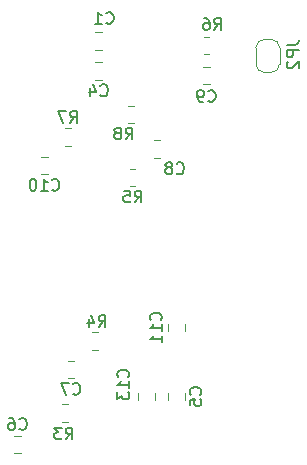
<source format=gbr>
%TF.GenerationSoftware,KiCad,Pcbnew,(5.1.8-0-10_14)*%
%TF.CreationDate,2021-08-05T18:18:29-06:00*%
%TF.ProjectId,ESP8266_Water_Sensor,45535038-3236-4365-9f57-617465725f53,rev?*%
%TF.SameCoordinates,Original*%
%TF.FileFunction,Legend,Bot*%
%TF.FilePolarity,Positive*%
%FSLAX46Y46*%
G04 Gerber Fmt 4.6, Leading zero omitted, Abs format (unit mm)*
G04 Created by KiCad (PCBNEW (5.1.8-0-10_14)) date 2021-08-05 18:18:29*
%MOMM*%
%LPD*%
G01*
G04 APERTURE LIST*
%ADD10C,0.120000*%
%ADD11C,0.150000*%
G04 APERTURE END LIST*
D10*
%TO.C,C1*%
X137174248Y-86260000D02*
X137696752Y-86260000D01*
X137174248Y-87730000D02*
X137696752Y-87730000D01*
%TO.C,C4*%
X137174248Y-88800000D02*
X137696752Y-88800000D01*
X137174248Y-90270000D02*
X137696752Y-90270000D01*
%TO.C,C5*%
X144753000Y-117355252D02*
X144753000Y-116832748D01*
X143283000Y-117355252D02*
X143283000Y-116832748D01*
%TO.C,C6*%
X130838752Y-120423000D02*
X130316248Y-120423000D01*
X130838752Y-121893000D02*
X130316248Y-121893000D01*
%TO.C,C7*%
X134845248Y-114073000D02*
X135367752Y-114073000D01*
X134845248Y-115543000D02*
X135367752Y-115543000D01*
%TO.C,C8*%
X142127248Y-96874000D02*
X142649752Y-96874000D01*
X142127248Y-95404000D02*
X142649752Y-95404000D01*
%TO.C,C9*%
X146840752Y-90651000D02*
X146318248Y-90651000D01*
X146840752Y-89181000D02*
X146318248Y-89181000D01*
%TO.C,C10*%
X132602248Y-96801000D02*
X133124752Y-96801000D01*
X132602248Y-98271000D02*
X133124752Y-98271000D01*
%TO.C,JP2*%
X150765000Y-87550000D02*
X150765000Y-88950000D01*
X151465000Y-89650000D02*
X152065000Y-89650000D01*
X152765000Y-88950000D02*
X152765000Y-87550000D01*
X152065000Y-86850000D02*
X151465000Y-86850000D01*
X150765000Y-88950000D02*
G75*
G03*
X151465000Y-89650000I700000J0D01*
G01*
X152065000Y-89650000D02*
G75*
G03*
X152765000Y-88950000I0J700000D01*
G01*
X152765000Y-87550000D02*
G75*
G03*
X152065000Y-86850000I-700000J0D01*
G01*
X151465000Y-86850000D02*
G75*
G03*
X150765000Y-87550000I0J-700000D01*
G01*
%TO.C,R3*%
X134831064Y-119226000D02*
X134376936Y-119226000D01*
X134831064Y-117756000D02*
X134376936Y-117756000D01*
%TO.C,R4*%
X136916936Y-113130000D02*
X137371064Y-113130000D01*
X136916936Y-111660000D02*
X137371064Y-111660000D01*
%TO.C,R5*%
X140107936Y-97817000D02*
X140562064Y-97817000D01*
X140107936Y-99287000D02*
X140562064Y-99287000D01*
%TO.C,R6*%
X146346936Y-86641000D02*
X146801064Y-86641000D01*
X146346936Y-88111000D02*
X146801064Y-88111000D01*
%TO.C,R7*%
X135085064Y-95858000D02*
X134630936Y-95858000D01*
X135085064Y-94388000D02*
X134630936Y-94388000D01*
%TO.C,R8*%
X139964936Y-93953000D02*
X140419064Y-93953000D01*
X139964936Y-92483000D02*
X140419064Y-92483000D01*
%TO.C,C11*%
X143283000Y-110990748D02*
X143283000Y-111513252D01*
X144753000Y-110990748D02*
X144753000Y-111513252D01*
%TO.C,C13*%
X140743000Y-117355252D02*
X140743000Y-116832748D01*
X142213000Y-117355252D02*
X142213000Y-116832748D01*
%TO.C,C1*%
D11*
X138088666Y-85447142D02*
X138136285Y-85494761D01*
X138279142Y-85542380D01*
X138374380Y-85542380D01*
X138517238Y-85494761D01*
X138612476Y-85399523D01*
X138660095Y-85304285D01*
X138707714Y-85113809D01*
X138707714Y-84970952D01*
X138660095Y-84780476D01*
X138612476Y-84685238D01*
X138517238Y-84590000D01*
X138374380Y-84542380D01*
X138279142Y-84542380D01*
X138136285Y-84590000D01*
X138088666Y-84637619D01*
X137136285Y-85542380D02*
X137707714Y-85542380D01*
X137422000Y-85542380D02*
X137422000Y-84542380D01*
X137517238Y-84685238D01*
X137612476Y-84780476D01*
X137707714Y-84828095D01*
%TO.C,C4*%
X137602166Y-91572142D02*
X137649785Y-91619761D01*
X137792642Y-91667380D01*
X137887880Y-91667380D01*
X138030738Y-91619761D01*
X138125976Y-91524523D01*
X138173595Y-91429285D01*
X138221214Y-91238809D01*
X138221214Y-91095952D01*
X138173595Y-90905476D01*
X138125976Y-90810238D01*
X138030738Y-90715000D01*
X137887880Y-90667380D01*
X137792642Y-90667380D01*
X137649785Y-90715000D01*
X137602166Y-90762619D01*
X136745023Y-91000714D02*
X136745023Y-91667380D01*
X136983119Y-90619761D02*
X137221214Y-91334047D01*
X136602166Y-91334047D01*
%TO.C,C5*%
X146055142Y-116927333D02*
X146102761Y-116879714D01*
X146150380Y-116736857D01*
X146150380Y-116641619D01*
X146102761Y-116498761D01*
X146007523Y-116403523D01*
X145912285Y-116355904D01*
X145721809Y-116308285D01*
X145578952Y-116308285D01*
X145388476Y-116355904D01*
X145293238Y-116403523D01*
X145198000Y-116498761D01*
X145150380Y-116641619D01*
X145150380Y-116736857D01*
X145198000Y-116879714D01*
X145245619Y-116927333D01*
X145150380Y-117832095D02*
X145150380Y-117355904D01*
X145626571Y-117308285D01*
X145578952Y-117355904D01*
X145531333Y-117451142D01*
X145531333Y-117689238D01*
X145578952Y-117784476D01*
X145626571Y-117832095D01*
X145721809Y-117879714D01*
X145959904Y-117879714D01*
X146055142Y-117832095D01*
X146102761Y-117784476D01*
X146150380Y-117689238D01*
X146150380Y-117451142D01*
X146102761Y-117355904D01*
X146055142Y-117308285D01*
%TO.C,C6*%
X130744166Y-119835142D02*
X130791785Y-119882761D01*
X130934642Y-119930380D01*
X131029880Y-119930380D01*
X131172738Y-119882761D01*
X131267976Y-119787523D01*
X131315595Y-119692285D01*
X131363214Y-119501809D01*
X131363214Y-119358952D01*
X131315595Y-119168476D01*
X131267976Y-119073238D01*
X131172738Y-118978000D01*
X131029880Y-118930380D01*
X130934642Y-118930380D01*
X130791785Y-118978000D01*
X130744166Y-119025619D01*
X129887023Y-118930380D02*
X130077500Y-118930380D01*
X130172738Y-118978000D01*
X130220357Y-119025619D01*
X130315595Y-119168476D01*
X130363214Y-119358952D01*
X130363214Y-119739904D01*
X130315595Y-119835142D01*
X130267976Y-119882761D01*
X130172738Y-119930380D01*
X129982261Y-119930380D01*
X129887023Y-119882761D01*
X129839404Y-119835142D01*
X129791785Y-119739904D01*
X129791785Y-119501809D01*
X129839404Y-119406571D01*
X129887023Y-119358952D01*
X129982261Y-119311333D01*
X130172738Y-119311333D01*
X130267976Y-119358952D01*
X130315595Y-119406571D01*
X130363214Y-119501809D01*
%TO.C,C7*%
X135273166Y-116845142D02*
X135320785Y-116892761D01*
X135463642Y-116940380D01*
X135558880Y-116940380D01*
X135701738Y-116892761D01*
X135796976Y-116797523D01*
X135844595Y-116702285D01*
X135892214Y-116511809D01*
X135892214Y-116368952D01*
X135844595Y-116178476D01*
X135796976Y-116083238D01*
X135701738Y-115988000D01*
X135558880Y-115940380D01*
X135463642Y-115940380D01*
X135320785Y-115988000D01*
X135273166Y-116035619D01*
X134939833Y-115940380D02*
X134273166Y-115940380D01*
X134701738Y-116940380D01*
%TO.C,C8*%
X144057666Y-98176142D02*
X144105285Y-98223761D01*
X144248142Y-98271380D01*
X144343380Y-98271380D01*
X144486238Y-98223761D01*
X144581476Y-98128523D01*
X144629095Y-98033285D01*
X144676714Y-97842809D01*
X144676714Y-97699952D01*
X144629095Y-97509476D01*
X144581476Y-97414238D01*
X144486238Y-97319000D01*
X144343380Y-97271380D01*
X144248142Y-97271380D01*
X144105285Y-97319000D01*
X144057666Y-97366619D01*
X143486238Y-97699952D02*
X143581476Y-97652333D01*
X143629095Y-97604714D01*
X143676714Y-97509476D01*
X143676714Y-97461857D01*
X143629095Y-97366619D01*
X143581476Y-97319000D01*
X143486238Y-97271380D01*
X143295761Y-97271380D01*
X143200523Y-97319000D01*
X143152904Y-97366619D01*
X143105285Y-97461857D01*
X143105285Y-97509476D01*
X143152904Y-97604714D01*
X143200523Y-97652333D01*
X143295761Y-97699952D01*
X143486238Y-97699952D01*
X143581476Y-97747571D01*
X143629095Y-97795190D01*
X143676714Y-97890428D01*
X143676714Y-98080904D01*
X143629095Y-98176142D01*
X143581476Y-98223761D01*
X143486238Y-98271380D01*
X143295761Y-98271380D01*
X143200523Y-98223761D01*
X143152904Y-98176142D01*
X143105285Y-98080904D01*
X143105285Y-97890428D01*
X143152904Y-97795190D01*
X143200523Y-97747571D01*
X143295761Y-97699952D01*
%TO.C,C9*%
X146724666Y-92051142D02*
X146772285Y-92098761D01*
X146915142Y-92146380D01*
X147010380Y-92146380D01*
X147153238Y-92098761D01*
X147248476Y-92003523D01*
X147296095Y-91908285D01*
X147343714Y-91717809D01*
X147343714Y-91574952D01*
X147296095Y-91384476D01*
X147248476Y-91289238D01*
X147153238Y-91194000D01*
X147010380Y-91146380D01*
X146915142Y-91146380D01*
X146772285Y-91194000D01*
X146724666Y-91241619D01*
X146248476Y-92146380D02*
X146058000Y-92146380D01*
X145962761Y-92098761D01*
X145915142Y-92051142D01*
X145819904Y-91908285D01*
X145772285Y-91717809D01*
X145772285Y-91336857D01*
X145819904Y-91241619D01*
X145867523Y-91194000D01*
X145962761Y-91146380D01*
X146153238Y-91146380D01*
X146248476Y-91194000D01*
X146296095Y-91241619D01*
X146343714Y-91336857D01*
X146343714Y-91574952D01*
X146296095Y-91670190D01*
X146248476Y-91717809D01*
X146153238Y-91765428D01*
X145962761Y-91765428D01*
X145867523Y-91717809D01*
X145819904Y-91670190D01*
X145772285Y-91574952D01*
%TO.C,C10*%
X133506357Y-99573142D02*
X133553976Y-99620761D01*
X133696833Y-99668380D01*
X133792071Y-99668380D01*
X133934928Y-99620761D01*
X134030166Y-99525523D01*
X134077785Y-99430285D01*
X134125404Y-99239809D01*
X134125404Y-99096952D01*
X134077785Y-98906476D01*
X134030166Y-98811238D01*
X133934928Y-98716000D01*
X133792071Y-98668380D01*
X133696833Y-98668380D01*
X133553976Y-98716000D01*
X133506357Y-98763619D01*
X132553976Y-99668380D02*
X133125404Y-99668380D01*
X132839690Y-99668380D02*
X132839690Y-98668380D01*
X132934928Y-98811238D01*
X133030166Y-98906476D01*
X133125404Y-98954095D01*
X131934928Y-98668380D02*
X131839690Y-98668380D01*
X131744452Y-98716000D01*
X131696833Y-98763619D01*
X131649214Y-98858857D01*
X131601595Y-99049333D01*
X131601595Y-99287428D01*
X131649214Y-99477904D01*
X131696833Y-99573142D01*
X131744452Y-99620761D01*
X131839690Y-99668380D01*
X131934928Y-99668380D01*
X132030166Y-99620761D01*
X132077785Y-99573142D01*
X132125404Y-99477904D01*
X132173023Y-99287428D01*
X132173023Y-99049333D01*
X132125404Y-98858857D01*
X132077785Y-98763619D01*
X132030166Y-98716000D01*
X131934928Y-98668380D01*
%TO.C,JP2*%
X153376380Y-87304666D02*
X154090666Y-87304666D01*
X154233523Y-87257047D01*
X154328761Y-87161809D01*
X154376380Y-87018952D01*
X154376380Y-86923714D01*
X154376380Y-87780857D02*
X153376380Y-87780857D01*
X153376380Y-88161809D01*
X153424000Y-88257047D01*
X153471619Y-88304666D01*
X153566857Y-88352285D01*
X153709714Y-88352285D01*
X153804952Y-88304666D01*
X153852571Y-88257047D01*
X153900190Y-88161809D01*
X153900190Y-87780857D01*
X153471619Y-88733238D02*
X153424000Y-88780857D01*
X153376380Y-88876095D01*
X153376380Y-89114190D01*
X153424000Y-89209428D01*
X153471619Y-89257047D01*
X153566857Y-89304666D01*
X153662095Y-89304666D01*
X153804952Y-89257047D01*
X154376380Y-88685619D01*
X154376380Y-89304666D01*
%TO.C,R3*%
X134659666Y-120721380D02*
X134993000Y-120245190D01*
X135231095Y-120721380D02*
X135231095Y-119721380D01*
X134850142Y-119721380D01*
X134754904Y-119769000D01*
X134707285Y-119816619D01*
X134659666Y-119911857D01*
X134659666Y-120054714D01*
X134707285Y-120149952D01*
X134754904Y-120197571D01*
X134850142Y-120245190D01*
X135231095Y-120245190D01*
X134326333Y-119721380D02*
X133707285Y-119721380D01*
X134040619Y-120102333D01*
X133897761Y-120102333D01*
X133802523Y-120149952D01*
X133754904Y-120197571D01*
X133707285Y-120292809D01*
X133707285Y-120530904D01*
X133754904Y-120626142D01*
X133802523Y-120673761D01*
X133897761Y-120721380D01*
X134183476Y-120721380D01*
X134278714Y-120673761D01*
X134326333Y-120626142D01*
%TO.C,R4*%
X137453666Y-111196380D02*
X137787000Y-110720190D01*
X138025095Y-111196380D02*
X138025095Y-110196380D01*
X137644142Y-110196380D01*
X137548904Y-110244000D01*
X137501285Y-110291619D01*
X137453666Y-110386857D01*
X137453666Y-110529714D01*
X137501285Y-110624952D01*
X137548904Y-110672571D01*
X137644142Y-110720190D01*
X138025095Y-110720190D01*
X136596523Y-110529714D02*
X136596523Y-111196380D01*
X136834619Y-110148761D02*
X137072714Y-110863047D01*
X136453666Y-110863047D01*
%TO.C,R5*%
X140501666Y-100654380D02*
X140835000Y-100178190D01*
X141073095Y-100654380D02*
X141073095Y-99654380D01*
X140692142Y-99654380D01*
X140596904Y-99702000D01*
X140549285Y-99749619D01*
X140501666Y-99844857D01*
X140501666Y-99987714D01*
X140549285Y-100082952D01*
X140596904Y-100130571D01*
X140692142Y-100178190D01*
X141073095Y-100178190D01*
X139596904Y-99654380D02*
X140073095Y-99654380D01*
X140120714Y-100130571D01*
X140073095Y-100082952D01*
X139977857Y-100035333D01*
X139739761Y-100035333D01*
X139644523Y-100082952D01*
X139596904Y-100130571D01*
X139549285Y-100225809D01*
X139549285Y-100463904D01*
X139596904Y-100559142D01*
X139644523Y-100606761D01*
X139739761Y-100654380D01*
X139977857Y-100654380D01*
X140073095Y-100606761D01*
X140120714Y-100559142D01*
%TO.C,R6*%
X147232666Y-86050380D02*
X147566000Y-85574190D01*
X147804095Y-86050380D02*
X147804095Y-85050380D01*
X147423142Y-85050380D01*
X147327904Y-85098000D01*
X147280285Y-85145619D01*
X147232666Y-85240857D01*
X147232666Y-85383714D01*
X147280285Y-85478952D01*
X147327904Y-85526571D01*
X147423142Y-85574190D01*
X147804095Y-85574190D01*
X146375523Y-85050380D02*
X146566000Y-85050380D01*
X146661238Y-85098000D01*
X146708857Y-85145619D01*
X146804095Y-85288476D01*
X146851714Y-85478952D01*
X146851714Y-85859904D01*
X146804095Y-85955142D01*
X146756476Y-86002761D01*
X146661238Y-86050380D01*
X146470761Y-86050380D01*
X146375523Y-86002761D01*
X146327904Y-85955142D01*
X146280285Y-85859904D01*
X146280285Y-85621809D01*
X146327904Y-85526571D01*
X146375523Y-85478952D01*
X146470761Y-85431333D01*
X146661238Y-85431333D01*
X146756476Y-85478952D01*
X146804095Y-85526571D01*
X146851714Y-85621809D01*
%TO.C,R7*%
X135024666Y-93925380D02*
X135358000Y-93449190D01*
X135596095Y-93925380D02*
X135596095Y-92925380D01*
X135215142Y-92925380D01*
X135119904Y-92973000D01*
X135072285Y-93020619D01*
X135024666Y-93115857D01*
X135024666Y-93258714D01*
X135072285Y-93353952D01*
X135119904Y-93401571D01*
X135215142Y-93449190D01*
X135596095Y-93449190D01*
X134691333Y-92925380D02*
X134024666Y-92925380D01*
X134453238Y-93925380D01*
%TO.C,R8*%
X139739666Y-95321380D02*
X140073000Y-94845190D01*
X140311095Y-95321380D02*
X140311095Y-94321380D01*
X139930142Y-94321380D01*
X139834904Y-94369000D01*
X139787285Y-94416619D01*
X139739666Y-94511857D01*
X139739666Y-94654714D01*
X139787285Y-94749952D01*
X139834904Y-94797571D01*
X139930142Y-94845190D01*
X140311095Y-94845190D01*
X139168238Y-94749952D02*
X139263476Y-94702333D01*
X139311095Y-94654714D01*
X139358714Y-94559476D01*
X139358714Y-94511857D01*
X139311095Y-94416619D01*
X139263476Y-94369000D01*
X139168238Y-94321380D01*
X138977761Y-94321380D01*
X138882523Y-94369000D01*
X138834904Y-94416619D01*
X138787285Y-94511857D01*
X138787285Y-94559476D01*
X138834904Y-94654714D01*
X138882523Y-94702333D01*
X138977761Y-94749952D01*
X139168238Y-94749952D01*
X139263476Y-94797571D01*
X139311095Y-94845190D01*
X139358714Y-94940428D01*
X139358714Y-95130904D01*
X139311095Y-95226142D01*
X139263476Y-95273761D01*
X139168238Y-95321380D01*
X138977761Y-95321380D01*
X138882523Y-95273761D01*
X138834904Y-95226142D01*
X138787285Y-95130904D01*
X138787285Y-94940428D01*
X138834904Y-94845190D01*
X138882523Y-94797571D01*
X138977761Y-94749952D01*
%TO.C,C11*%
X142695142Y-110609142D02*
X142742761Y-110561523D01*
X142790380Y-110418666D01*
X142790380Y-110323428D01*
X142742761Y-110180571D01*
X142647523Y-110085333D01*
X142552285Y-110037714D01*
X142361809Y-109990095D01*
X142218952Y-109990095D01*
X142028476Y-110037714D01*
X141933238Y-110085333D01*
X141838000Y-110180571D01*
X141790380Y-110323428D01*
X141790380Y-110418666D01*
X141838000Y-110561523D01*
X141885619Y-110609142D01*
X142790380Y-111561523D02*
X142790380Y-110990095D01*
X142790380Y-111275809D02*
X141790380Y-111275809D01*
X141933238Y-111180571D01*
X142028476Y-111085333D01*
X142076095Y-110990095D01*
X142790380Y-112513904D02*
X142790380Y-111942476D01*
X142790380Y-112228190D02*
X141790380Y-112228190D01*
X141933238Y-112132952D01*
X142028476Y-112037714D01*
X142076095Y-111942476D01*
%TO.C,C13*%
X139930142Y-115435142D02*
X139977761Y-115387523D01*
X140025380Y-115244666D01*
X140025380Y-115149428D01*
X139977761Y-115006571D01*
X139882523Y-114911333D01*
X139787285Y-114863714D01*
X139596809Y-114816095D01*
X139453952Y-114816095D01*
X139263476Y-114863714D01*
X139168238Y-114911333D01*
X139073000Y-115006571D01*
X139025380Y-115149428D01*
X139025380Y-115244666D01*
X139073000Y-115387523D01*
X139120619Y-115435142D01*
X140025380Y-116387523D02*
X140025380Y-115816095D01*
X140025380Y-116101809D02*
X139025380Y-116101809D01*
X139168238Y-116006571D01*
X139263476Y-115911333D01*
X139311095Y-115816095D01*
X139025380Y-116720857D02*
X139025380Y-117339904D01*
X139406333Y-117006571D01*
X139406333Y-117149428D01*
X139453952Y-117244666D01*
X139501571Y-117292285D01*
X139596809Y-117339904D01*
X139834904Y-117339904D01*
X139930142Y-117292285D01*
X139977761Y-117244666D01*
X140025380Y-117149428D01*
X140025380Y-116863714D01*
X139977761Y-116768476D01*
X139930142Y-116720857D01*
%TD*%
M02*

</source>
